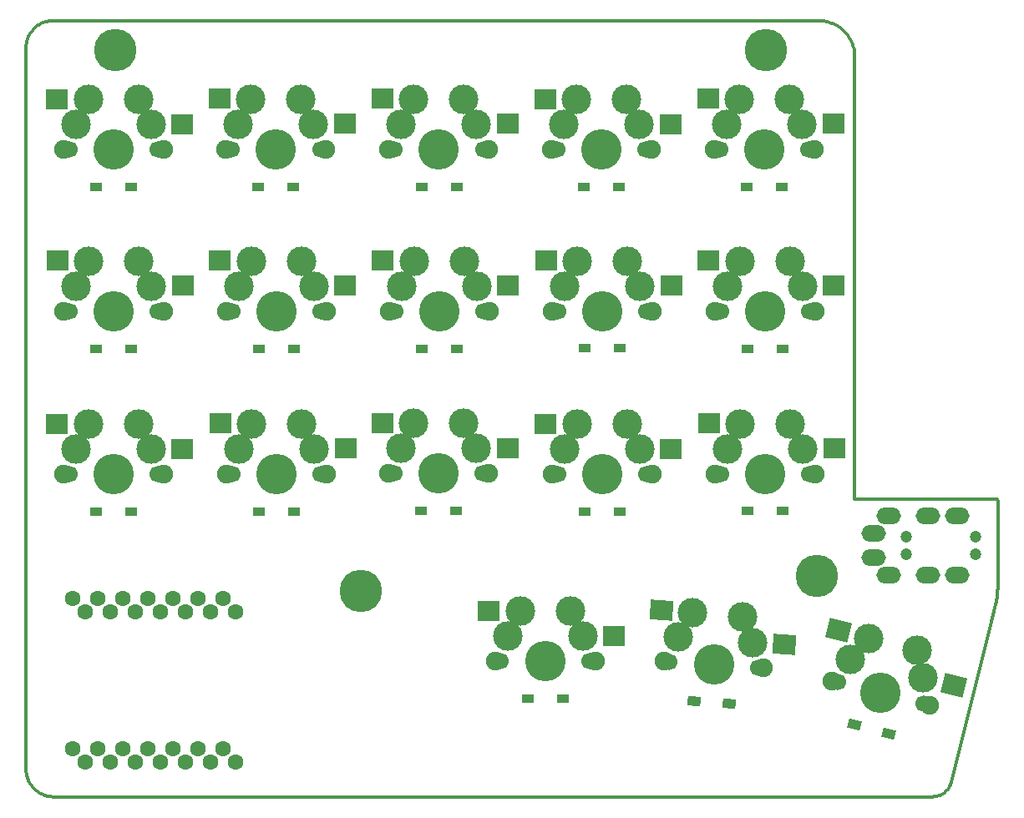
<source format=gbr>
%TF.GenerationSoftware,KiCad,Pcbnew,(6.0.6)*%
%TF.CreationDate,2022-09-02T08:16:23+09:00*%
%TF.ProjectId,split-mini,73706c69-742d-46d6-996e-692e6b696361,rev?*%
%TF.SameCoordinates,Original*%
%TF.FileFunction,Soldermask,Top*%
%TF.FilePolarity,Negative*%
%FSLAX46Y46*%
G04 Gerber Fmt 4.6, Leading zero omitted, Abs format (unit mm)*
G04 Created by KiCad (PCBNEW (6.0.6)) date 2022-09-02 08:16:23*
%MOMM*%
%LPD*%
G01*
G04 APERTURE LIST*
G04 Aperture macros list*
%AMRotRect*
0 Rectangle, with rotation*
0 The origin of the aperture is its center*
0 $1 length*
0 $2 width*
0 $3 Rotation angle, in degrees counterclockwise*
0 Add horizontal line*
21,1,$1,$2,0,0,$3*%
G04 Aperture macros list end*
%TA.AperFunction,Profile*%
%ADD10C,0.349999*%
%TD*%
%ADD11R,1.300000X0.950000*%
%ADD12C,1.700000*%
%ADD13C,1.900000*%
%ADD14C,3.000000*%
%ADD15C,4.100000*%
%ADD16R,2.300000X2.000000*%
%ADD17C,4.300000*%
%ADD18RotRect,1.300000X0.950000X356.000000*%
%ADD19RotRect,1.300000X0.950000X346.000000*%
%ADD20RotRect,2.300000X2.000000X166.000000*%
%ADD21C,1.200000*%
%ADD22O,2.500000X1.700000*%
%ADD23RotRect,2.300000X2.000000X176.000000*%
%ADD24C,1.600000*%
G04 APERTURE END LIST*
D10*
X14780401Y-18578385D02*
X14732187Y-18700673D01*
X107991810Y-94873409D02*
X108087317Y-94740105D01*
X112896823Y-65424635D02*
X112885225Y-65421340D01*
X98210503Y-18990315D02*
X98130320Y-18833759D01*
X97948452Y-18534392D02*
X97847223Y-18392038D01*
X96820421Y-17459222D02*
X96668372Y-17371794D01*
X15268316Y-17815929D02*
X15183682Y-17913642D01*
X112836720Y-65413958D02*
X112824143Y-65413638D01*
X16213406Y-17145251D02*
X16094126Y-17199185D01*
X15485415Y-94919840D02*
X15589743Y-95009711D01*
X15809899Y-95172677D02*
X15925270Y-95245584D01*
X15589743Y-95009711D02*
X15697981Y-95094021D01*
X15450994Y-17633234D02*
X15357477Y-17722403D01*
X107375451Y-95396875D02*
X107514993Y-95313006D01*
X112960793Y-65455393D02*
X112950877Y-65449035D01*
X112930104Y-65437751D02*
X112919278Y-65432856D01*
X95669432Y-17007325D02*
X95490630Y-16975392D01*
X108210073Y-94524731D02*
X108245187Y-94449090D01*
X112849133Y-65414903D02*
X112836720Y-65413958D01*
X97110090Y-17654897D02*
X96967737Y-17553666D01*
X106756106Y-95612478D02*
X106837995Y-95596706D01*
X94937684Y-16933550D02*
X17261574Y-16933550D01*
X96511816Y-17291610D02*
X96350983Y-17218897D01*
X107647071Y-95218200D02*
X107771015Y-95112981D01*
X113068543Y-74296435D02*
X113068543Y-74296435D01*
X107771015Y-95112981D02*
X107886153Y-94997876D01*
X16545903Y-95520564D02*
X16677186Y-95556986D01*
X15037015Y-94399857D02*
X15115680Y-94511769D01*
X112844742Y-76119097D02*
X112844742Y-76119097D01*
X98042894Y-18681709D02*
X97948452Y-18534392D01*
X112885225Y-65421340D02*
X112873401Y-65418610D01*
X15357477Y-17722403D02*
X15268316Y-17815929D01*
X113012737Y-65502594D02*
X113005055Y-65493726D01*
X98405308Y-19484738D02*
X98348225Y-19316033D01*
X106589336Y-95633784D02*
X106673192Y-95624859D01*
X14964100Y-94284491D02*
X15037015Y-94399857D01*
X113012384Y-75214608D02*
X113036924Y-74985949D01*
X95308920Y-16952300D02*
X95124528Y-16938277D01*
X17356812Y-95641024D02*
X17356812Y-95641024D01*
X14897028Y-94165902D02*
X14964100Y-94284491D01*
X15200000Y-94620000D02*
X15289879Y-94724321D01*
X112861365Y-65416459D02*
X112849133Y-65414903D01*
X113068543Y-74296435D02*
X113068543Y-65658038D01*
X14835895Y-94044317D02*
X14897028Y-94165902D01*
X14568551Y-92852954D02*
X14571977Y-92991216D01*
X108331943Y-94211539D02*
X108354386Y-94129031D01*
X113053714Y-65574017D02*
X113049338Y-65562920D01*
X15650424Y-17468643D02*
X15548700Y-17548591D01*
X14568795Y-19626572D02*
X14568795Y-19626572D01*
X113005055Y-65493726D02*
X112996963Y-65485238D01*
X16718874Y-16988305D02*
X16588593Y-17018384D01*
X97247252Y-17762686D02*
X97110090Y-17654897D01*
X14731824Y-93793074D02*
X14780796Y-93919965D01*
X16851481Y-16964613D02*
X16718874Y-16988305D01*
X15865252Y-17323509D02*
X15755998Y-17393559D01*
X113036924Y-74985949D02*
X113054477Y-74756594D01*
X15115680Y-94511769D02*
X15200000Y-94620000D01*
X17356812Y-95641024D02*
X106419137Y-95641001D01*
X16043864Y-95312647D02*
X16165452Y-95373771D01*
X112897036Y-75894817D02*
X112942420Y-75669202D01*
X16810321Y-95586997D02*
X16945080Y-95610500D01*
X14732187Y-18700673D02*
X14689853Y-18825796D01*
X106504623Y-95639186D02*
X106589336Y-95633784D01*
X106673192Y-95624859D02*
X106756106Y-95612478D01*
X107886153Y-94997876D02*
X107991810Y-94873409D01*
X94937684Y-16933550D02*
X94937684Y-16933550D01*
X14571977Y-92991216D02*
X14582194Y-93128539D01*
X113067281Y-65633054D02*
X113065727Y-65620825D01*
X98568543Y-65413607D02*
X98568543Y-65413607D01*
X108245187Y-94449090D02*
X108277260Y-94371634D01*
X113057556Y-65585372D02*
X113053714Y-65574017D01*
X113065727Y-65620825D02*
X113063578Y-65608791D01*
X17261574Y-16933550D02*
X17123000Y-16937066D01*
X15697981Y-95094021D02*
X15809899Y-95172677D01*
X113019992Y-65511826D02*
X113012737Y-65502594D01*
X112226159Y-78600116D02*
X112844742Y-76119097D01*
X97378996Y-17876807D02*
X97247252Y-17762686D01*
X14834325Y-18459099D02*
X14780401Y-18578385D01*
X113068543Y-65658038D02*
X113068543Y-65658038D01*
X98130320Y-18833759D02*
X98042894Y-18681709D01*
X16289808Y-95428861D02*
X16416701Y-95477824D01*
X14780796Y-93919965D02*
X14835895Y-94044317D01*
X15385224Y-94824504D02*
X15385224Y-94824504D01*
X106419137Y-95641001D02*
X106419137Y-95641001D01*
X107076671Y-95529702D02*
X107229120Y-95469282D01*
X97625315Y-18123130D02*
X97505093Y-17997031D01*
X113033162Y-65531324D02*
X113026806Y-65521408D01*
X15103743Y-18015374D02*
X15028669Y-18120954D01*
X96668372Y-17371794D02*
X96511816Y-17291610D01*
X112942420Y-75669202D02*
X112980876Y-75442413D01*
X97505093Y-17997031D02*
X97378996Y-17876807D01*
X98563819Y-20377603D02*
X98549797Y-20193212D01*
X113039047Y-65541558D02*
X113033162Y-65531324D01*
X14689074Y-93663873D02*
X14731824Y-93793074D01*
X15978018Y-17258661D02*
X15865252Y-17323509D01*
X14568551Y-92852954D02*
X14568551Y-92852954D01*
X95845096Y-17047870D02*
X95669432Y-17007325D01*
X112844742Y-76119097D02*
X112897036Y-75894817D01*
X14568795Y-19626572D02*
X14568551Y-92852954D01*
X17123000Y-16937066D02*
X16986246Y-16947477D01*
X108306207Y-94292428D02*
X108331943Y-94211539D01*
X112988475Y-65477145D02*
X112979608Y-65469463D01*
X14652642Y-93532590D02*
X14689074Y-93663873D01*
X14689853Y-18825796D02*
X14653568Y-18953583D01*
X113060849Y-65596968D02*
X113057556Y-65585372D01*
X108087317Y-94740105D02*
X108172000Y-94598491D01*
X112873401Y-65418610D02*
X112861365Y-65416459D01*
X16094126Y-17199185D02*
X15978018Y-17258661D01*
X113068225Y-65645463D02*
X113067281Y-65633054D01*
X96017394Y-17096799D02*
X95845096Y-17047870D01*
X96967737Y-17553666D02*
X96820421Y-17459222D01*
X15028669Y-18120954D02*
X14958628Y-18230215D01*
X17081233Y-95627403D02*
X17218554Y-95637609D01*
X14582697Y-19351243D02*
X14572298Y-19487998D01*
X95490630Y-16975392D02*
X95308920Y-16952300D01*
X14599821Y-19216476D02*
X14582697Y-19351243D01*
X112940642Y-65443149D02*
X112930104Y-65437751D01*
X112824143Y-65413638D02*
X112824143Y-65413638D01*
X106419137Y-95641001D02*
X106504623Y-95639186D01*
X98348225Y-19316033D02*
X98283214Y-19151149D01*
X112979608Y-65469463D02*
X112970375Y-65462207D01*
X16416701Y-95477824D02*
X16545903Y-95520564D01*
X107229120Y-95469282D02*
X107375451Y-95396875D01*
X98494777Y-19832701D02*
X98454235Y-19657037D01*
X112980876Y-75442413D02*
X113012384Y-75214608D01*
X113068543Y-65658038D02*
X113068225Y-65645463D01*
X108277260Y-94371634D02*
X108306207Y-94292428D01*
X14623501Y-19083866D02*
X14599821Y-19216476D01*
X107514993Y-95313006D02*
X107647071Y-95218200D01*
X14622621Y-93399455D02*
X14652642Y-93532590D01*
X112996963Y-65485238D02*
X112988475Y-65477145D01*
X113026806Y-65521408D02*
X113019992Y-65511826D01*
X15548700Y-17548591D02*
X15450994Y-17633234D01*
X112950877Y-65449035D02*
X112940642Y-65443149D01*
X113065023Y-74526703D02*
X113068543Y-74296435D01*
X15183682Y-17913642D02*
X15103743Y-18015374D01*
X14893791Y-18342986D02*
X14834325Y-18459099D01*
X16335690Y-17097026D02*
X16213406Y-17145251D01*
X15289879Y-94724321D02*
X15385224Y-94824504D01*
X112970375Y-65462207D02*
X112960793Y-65455393D01*
X106837995Y-95596706D02*
X106918775Y-95577609D01*
X97739435Y-18254875D02*
X97625315Y-18123130D01*
X113063578Y-65608791D02*
X113060849Y-65596968D01*
X98454235Y-19657037D02*
X98405308Y-19484738D01*
X98549797Y-20193212D02*
X98526708Y-20011502D01*
X15755998Y-17393559D02*
X15650424Y-17468643D01*
X16165452Y-95373771D02*
X16289808Y-95428861D01*
X98568543Y-20564447D02*
X98568543Y-20564447D01*
X17218554Y-95637609D02*
X17356812Y-95641024D01*
X16986246Y-16947477D02*
X16851481Y-16964613D01*
X98526708Y-20011502D02*
X98494777Y-19832701D01*
X112824143Y-65413638D02*
X98568543Y-65413607D01*
X98283214Y-19151149D02*
X98210503Y-18990315D01*
X113054477Y-74756594D02*
X113065023Y-74526703D01*
X108354386Y-94129031D02*
X108354386Y-94129031D01*
X98568543Y-20564447D02*
X98563819Y-20377603D01*
X113049338Y-65562920D02*
X113044444Y-65552095D01*
X108354386Y-94129031D02*
X112226159Y-78600116D01*
X14582194Y-93128539D02*
X14599107Y-93264695D01*
X14572298Y-19487998D02*
X14568795Y-19626572D01*
X16945080Y-95610500D02*
X17081233Y-95627403D01*
X16588593Y-17018384D02*
X16460809Y-17054681D01*
X14653568Y-18953583D02*
X14623501Y-19083866D01*
X108172000Y-94598491D02*
X108210073Y-94524731D01*
X96350983Y-17218897D02*
X96186099Y-17153884D01*
X96186099Y-17153884D02*
X96017394Y-17096799D01*
X95124528Y-16938277D02*
X94937684Y-16933550D01*
X16677186Y-95556986D02*
X16810321Y-95586997D01*
X15925270Y-95245584D02*
X16043864Y-95312647D01*
X106918775Y-95577609D02*
X107076671Y-95529702D01*
X97847223Y-18392038D02*
X97739435Y-18254875D01*
X98568543Y-65413607D02*
X98568543Y-20564447D01*
X14958628Y-18230215D02*
X14893791Y-18342986D01*
X113044444Y-65552095D02*
X113039047Y-65541558D01*
X14599107Y-93264695D02*
X14622621Y-93399455D01*
X112908179Y-65428479D02*
X112896823Y-65424635D01*
X15385224Y-94824504D02*
X15485415Y-94919840D01*
X16460809Y-17054681D02*
X16335690Y-17097026D01*
X112919278Y-65432856D02*
X112908179Y-65428479D01*
X112226159Y-78600116D02*
X112226159Y-78600116D01*
D11*
%TO.C,D7*%
X38145000Y-50180000D03*
X41695000Y-50180000D03*
%TD*%
D12*
%TO.C,SW6*%
X18930000Y-46360000D03*
D13*
X18350000Y-46360000D03*
D14*
X20890000Y-41280000D03*
X27240000Y-43819999D03*
D12*
X27930000Y-46360000D03*
D14*
X19620000Y-43820000D03*
D13*
X28510000Y-46360000D03*
D14*
X25970000Y-41280000D03*
D15*
X23430000Y-46360000D03*
D16*
X30430000Y-43780000D03*
X17730000Y-41240000D03*
%TD*%
D14*
%TO.C,SW11*%
X27230000Y-60379999D03*
X19610000Y-60380000D03*
D12*
X18920000Y-62920000D03*
D13*
X18340000Y-62920000D03*
D14*
X20880000Y-57840000D03*
D12*
X27920000Y-62920000D03*
D13*
X28500000Y-62920000D03*
D14*
X25960000Y-57840000D03*
D15*
X23420000Y-62920000D03*
D16*
X30420000Y-60340000D03*
X17720000Y-57800000D03*
%TD*%
D11*
%TO.C,D6*%
X21675000Y-50170000D03*
X25225000Y-50170000D03*
%TD*%
D17*
%TO.C,Ref3*%
X48460000Y-74800000D03*
%TD*%
%TO.C,Ref1*%
X23570000Y-19920000D03*
%TD*%
D14*
%TO.C,SW9*%
X75500000Y-41290000D03*
D13*
X78040000Y-46370000D03*
D15*
X72960000Y-46370000D03*
D12*
X68460000Y-46370000D03*
D13*
X67880000Y-46370000D03*
D12*
X77460000Y-46370000D03*
D14*
X70420000Y-41290000D03*
X76770000Y-43829999D03*
X69150000Y-43830000D03*
D16*
X79960000Y-43790000D03*
X67260000Y-41250000D03*
%TD*%
D12*
%TO.C,SW3*%
X60910000Y-29970000D03*
D13*
X61490000Y-29970000D03*
D14*
X60220000Y-27429999D03*
D15*
X56410000Y-29970000D03*
D14*
X53870000Y-24890000D03*
D13*
X51330000Y-29970000D03*
D14*
X52600000Y-27430000D03*
D12*
X51910000Y-29970000D03*
D14*
X58950000Y-24890000D03*
D16*
X63410000Y-27390000D03*
X50710000Y-24850000D03*
%TD*%
D11*
%TO.C,D9*%
X71195000Y-50160000D03*
X74745000Y-50160000D03*
%TD*%
D17*
%TO.C,Ref4*%
X94740000Y-73210000D03*
%TD*%
%TO.C,Ref2*%
X89550000Y-19930000D03*
%TD*%
D11*
%TO.C,D16*%
X65405000Y-85690000D03*
X68955000Y-85690000D03*
%TD*%
%TO.C,D11*%
X21655000Y-66730000D03*
X25205000Y-66730000D03*
%TD*%
%TO.C,D14*%
X71195000Y-66720000D03*
X74745000Y-66720000D03*
%TD*%
D18*
%TO.C,D17*%
X82309324Y-85936182D03*
X85850676Y-86183818D03*
%TD*%
D13*
%TO.C,SW5*%
X84310000Y-29950000D03*
D14*
X91930000Y-24870000D03*
X86850000Y-24870000D03*
X93200000Y-27409999D03*
D13*
X94470000Y-29950000D03*
D12*
X93890000Y-29950000D03*
D15*
X89390000Y-29950000D03*
D12*
X84890000Y-29950000D03*
D14*
X85580000Y-27410000D03*
D16*
X96390000Y-27370000D03*
X83690000Y-24830000D03*
%TD*%
D13*
%TO.C,SW15*%
X94550000Y-62880000D03*
D12*
X84970000Y-62880000D03*
D14*
X92010000Y-57800000D03*
X85660000Y-60340000D03*
X86930000Y-57800000D03*
D15*
X89470000Y-62880000D03*
D14*
X93280000Y-60339999D03*
D13*
X84390000Y-62880000D03*
D12*
X93970000Y-62880000D03*
D16*
X96470000Y-60300000D03*
X83770000Y-57760000D03*
%TD*%
D11*
%TO.C,D13*%
X54625000Y-66650000D03*
X58175000Y-66650000D03*
%TD*%
D15*
%TO.C,SW7*%
X39930000Y-46370000D03*
D14*
X36120000Y-43830000D03*
D12*
X44430000Y-46370000D03*
D14*
X42470000Y-41290000D03*
D13*
X45010000Y-46370000D03*
D14*
X43740000Y-43829999D03*
D12*
X35430000Y-46370000D03*
D14*
X37390000Y-41290000D03*
D13*
X34850000Y-46370000D03*
D16*
X46930000Y-43790000D03*
X34230000Y-41250000D03*
%TD*%
D11*
%TO.C,D1*%
X21655000Y-33780000D03*
X25205000Y-33780000D03*
%TD*%
D14*
%TO.C,SW16*%
X70980000Y-79339999D03*
D12*
X62670000Y-81880000D03*
D14*
X63360000Y-79340000D03*
X64630000Y-76800000D03*
D13*
X72250000Y-81880000D03*
D15*
X67170000Y-81880000D03*
D14*
X69710000Y-76800000D03*
D12*
X71670000Y-81880000D03*
D13*
X62090000Y-81880000D03*
D16*
X74170000Y-79300000D03*
X61470000Y-76760000D03*
%TD*%
D19*
%TO.C,D18*%
X98547725Y-88350589D03*
X101992275Y-89209411D03*
%TD*%
D11*
%TO.C,D4*%
X71145000Y-33800000D03*
X74695000Y-33800000D03*
%TD*%
%TO.C,D10*%
X87695000Y-50190000D03*
X91245000Y-50190000D03*
%TD*%
D14*
%TO.C,SW18*%
X105501309Y-83557170D03*
D12*
X96823669Y-84011351D03*
D14*
X98107655Y-81713726D03*
X99954412Y-79556416D03*
D13*
X96260898Y-83871037D03*
D15*
X101190000Y-85100000D03*
D13*
X106119102Y-86328963D03*
D12*
X105556331Y-86188649D03*
D14*
X104883514Y-80785379D03*
D20*
X108606229Y-84290090D03*
X96897954Y-78753131D03*
%TD*%
D21*
%TO.C,J1*%
X110780000Y-71015000D03*
X103780000Y-71015000D03*
X110780000Y-69265000D03*
X103780000Y-69265000D03*
D22*
X100480000Y-71365000D03*
X100480000Y-68915000D03*
X108980000Y-73115000D03*
X108980000Y-67165000D03*
X105980000Y-73115000D03*
X105980000Y-67165000D03*
X101980000Y-73115000D03*
X101980000Y-67165000D03*
%TD*%
D11*
%TO.C,D3*%
X54645000Y-33760000D03*
X58195000Y-33760000D03*
%TD*%
D12*
%TO.C,SW8*%
X51930000Y-46360000D03*
D15*
X56430000Y-46360000D03*
D14*
X53890000Y-41280000D03*
D12*
X60930000Y-46360000D03*
D14*
X52620000Y-43820000D03*
D13*
X51350000Y-46360000D03*
D14*
X60240000Y-43819999D03*
X58970000Y-41280000D03*
D13*
X61510000Y-46360000D03*
D16*
X63430000Y-43780000D03*
X50730000Y-41240000D03*
%TD*%
D12*
%TO.C,SW17*%
X79780962Y-81926096D03*
D14*
X88247901Y-79971958D03*
X87158176Y-77349556D03*
D13*
X79202375Y-81885637D03*
D12*
X88759038Y-82553904D03*
D14*
X82090550Y-76995193D03*
D13*
X89337625Y-82594363D03*
D15*
X84270000Y-82240000D03*
D14*
X80646462Y-79440415D03*
D23*
X91432920Y-80154580D03*
X78941038Y-76734860D03*
%TD*%
D24*
%TO.C,U1*%
X19267500Y-75518700D03*
X20566500Y-92151200D03*
X21807500Y-75518700D03*
X23106500Y-92151200D03*
X24347500Y-75518700D03*
X25646500Y-92151200D03*
X26887500Y-75518700D03*
X28186500Y-92151200D03*
X29427500Y-75518700D03*
X30726500Y-92151200D03*
X33266500Y-92151200D03*
X31967500Y-75518700D03*
X34507500Y-75518700D03*
X35806500Y-92151200D03*
X35806500Y-76916200D03*
X34507500Y-90753700D03*
X31967500Y-90753700D03*
X33266500Y-76916200D03*
X30726500Y-76916200D03*
X29427500Y-90753700D03*
X28186500Y-76916200D03*
X26887500Y-90753700D03*
X25646500Y-76916200D03*
X24347500Y-90753700D03*
X21807500Y-90753700D03*
X23106500Y-76916200D03*
X19267500Y-90753700D03*
X20566500Y-76916200D03*
%TD*%
D12*
%TO.C,SW10*%
X93960000Y-46380000D03*
D14*
X86920000Y-41300000D03*
D15*
X89460000Y-46380000D03*
D14*
X85650000Y-43840000D03*
X92000000Y-41300000D03*
D13*
X94540000Y-46380000D03*
D14*
X93270000Y-43839999D03*
D13*
X84380000Y-46380000D03*
D12*
X84960000Y-46380000D03*
D16*
X96460000Y-43800000D03*
X83760000Y-41260000D03*
%TD*%
D11*
%TO.C,D15*%
X87685000Y-66670000D03*
X91235000Y-66670000D03*
%TD*%
D14*
%TO.C,SW2*%
X36090000Y-27420000D03*
D13*
X44980000Y-29960000D03*
D12*
X35400000Y-29960000D03*
D14*
X37360000Y-24880000D03*
X43710000Y-27419999D03*
D13*
X34820000Y-29960000D03*
D14*
X42440000Y-24880000D03*
D15*
X39900000Y-29960000D03*
D12*
X44400000Y-29960000D03*
D16*
X46900000Y-27380000D03*
X34200000Y-24840000D03*
%TD*%
D14*
%TO.C,SW13*%
X60210000Y-60319999D03*
D15*
X56400000Y-62860000D03*
D13*
X61480000Y-62860000D03*
D12*
X51900000Y-62860000D03*
D14*
X53860000Y-57780000D03*
X52590000Y-60320000D03*
X58940000Y-57780000D03*
D12*
X60900000Y-62860000D03*
D13*
X51320000Y-62860000D03*
D16*
X63400000Y-60280000D03*
X50700000Y-57740000D03*
%TD*%
D15*
%TO.C,SW12*%
X39970000Y-62890000D03*
D14*
X42510000Y-57810000D03*
X36160000Y-60350000D03*
X37430000Y-57810000D03*
D13*
X34890000Y-62890000D03*
D12*
X44470000Y-62890000D03*
D13*
X45050000Y-62890000D03*
D14*
X43780000Y-60349999D03*
D12*
X35470000Y-62890000D03*
D16*
X46970000Y-60310000D03*
X34270000Y-57770000D03*
%TD*%
D15*
%TO.C,SW14*%
X72950000Y-62910000D03*
D12*
X77450000Y-62910000D03*
D14*
X75490000Y-57830000D03*
X70410000Y-57830000D03*
X69140000Y-60370000D03*
X76760000Y-60369999D03*
D13*
X78030000Y-62910000D03*
D12*
X68450000Y-62910000D03*
D13*
X67870000Y-62910000D03*
D16*
X79950000Y-60330000D03*
X67250000Y-57790000D03*
%TD*%
D14*
%TO.C,SW1*%
X25960000Y-24900000D03*
X20880000Y-24900000D03*
X19610000Y-27440000D03*
D13*
X28500000Y-29980000D03*
D12*
X27920000Y-29980000D03*
D15*
X23420000Y-29980000D03*
D14*
X27230000Y-27439999D03*
D12*
X18920000Y-29980000D03*
D13*
X18340000Y-29980000D03*
D16*
X30420000Y-27400000D03*
X17720000Y-24860000D03*
%TD*%
D11*
%TO.C,D5*%
X87625000Y-33750000D03*
X91175000Y-33750000D03*
%TD*%
%TO.C,D8*%
X54665000Y-50170000D03*
X58215000Y-50170000D03*
%TD*%
D14*
%TO.C,SW4*%
X70350000Y-24900000D03*
X76700000Y-27439999D03*
D13*
X67810000Y-29980000D03*
D12*
X77390000Y-29980000D03*
X68390000Y-29980000D03*
D14*
X69080000Y-27440000D03*
X75430000Y-24900000D03*
D15*
X72890000Y-29980000D03*
D13*
X77970000Y-29980000D03*
D16*
X79890000Y-27400000D03*
X67190000Y-24860000D03*
%TD*%
D11*
%TO.C,D2*%
X38125000Y-33760000D03*
X41675000Y-33760000D03*
%TD*%
%TO.C,D12*%
X38205000Y-66710000D03*
X41755000Y-66710000D03*
%TD*%
M02*

</source>
